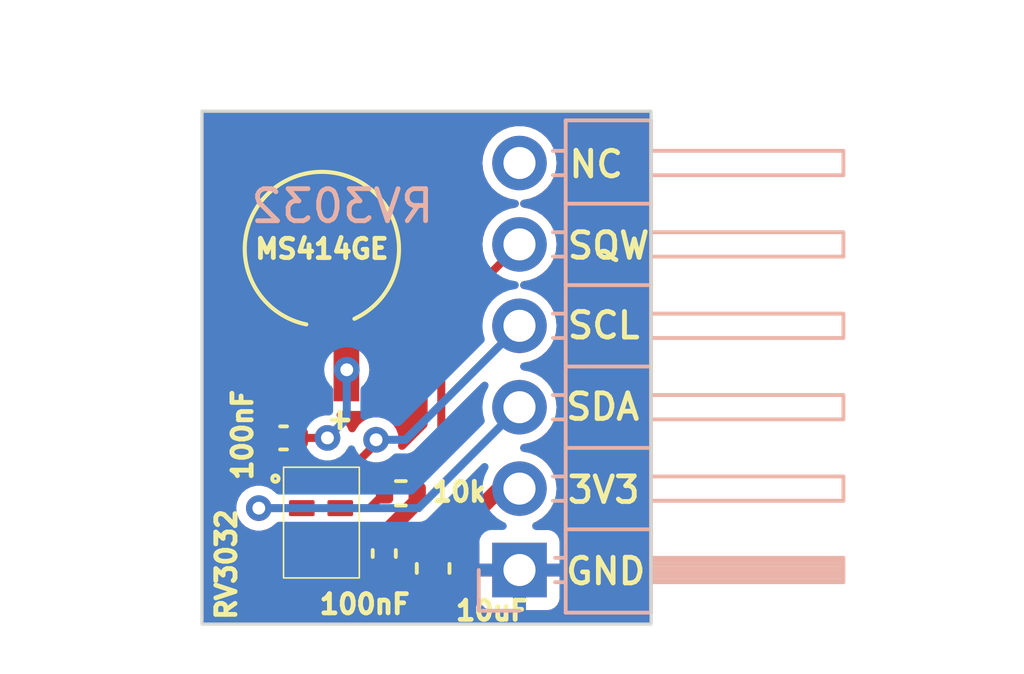
<source format=kicad_pcb>
(kicad_pcb (version 20221018) (generator pcbnew)
  (layers (0 "F.Cu" signal) (31 "B.Cu" signal) (34 "B.Paste" user) (35 "F.Paste" user) (36 "B.SilkS" user "B.Silkscreen") (37 "F.SilkS" user "F.Silkscreen") (38 "B.Mask" user) (39 "F.Mask" user) (44 "Edge.Cuts" user))
  (net 0 "")
  (net 1 "Net-(BT1-+)")
  (net 2 "GND")
  (net 3 "+3V3")
  (net 4 "RTC_SQW")
  (net 5 "I2C_SDA_OTHER")
  (net 8 "I2C_SCL_OTHER")
  (footprint "MyFootprints:BAT_MS414GE-FL26E" (layer "F.Cu") (at 158.75 70.3006 -90)
    (fp_text reference "BT1" hide)
    (fp_text value "MS414GE" (at -0.00529 0.014576 -180) (layer "F.SilkS") (effects (font (size 0.6 0.6))))
    (fp_text user "+" (at 5.334 -0.508 90) (layer "F.SilkS") (effects (font (size 0.64 0.64))))
    (fp_arc (start 2.35 0.5) (mid -2.393882 0.293246) (end 2.175 -1) (stroke (width 0.127)) (layer "F.SilkS"))
    (pad "1" smd rect (at 3.725 -0.75 270) (size 2.05 0.8) (layers "F.Cu" "F.Paste" "F.Mask") (net 1 "Net-(BT1-+)"))
    (pad "2" smd rect (at 3.725 0.75 270) (size 2.05 0.8) (layers "F.Cu" "F.Paste" "F.Mask") (net 2 "GND"))
  )
  (footprint "MyFootprints:RV-3032" (layer "F.Cu") (at 158.7088 78.8344 -90)
    (fp_text reference "U1" hide)
    (fp_text value "RV-3032")
    (fp_rect (start -1.7272 -1.1938) (end 1.7272 1.1684) (stroke (width 0.05)) (fill none) (layer "F.SilkS"))
    (fp_circle (center -1.3716 1.4224) (end -1.2716 1.4224) (stroke (width 0.12)) (fill none) (layer "F.SilkS"))
    (pad "1" smd roundrect (at -1.35 0.6 90) (size 0.5 0.8) (layers "F.Cu" "F.Paste" "F.Mask") (roundrect_rratio 0.1) (net 1 "Net-(BT1-+)"))
    (pad "2" smd roundrect (at -0.45 0.6 90) (size 0.5 0.8) (layers "F.Cu" "F.Paste" "F.Mask") (roundrect_rratio 0.1) (net 5 "I2C_SDA_OTHER"))
    (pad "3" smd roundrect (at 0.45 0.6 90) (size 0.5 0.8) (layers "F.Cu" "F.Paste" "F.Mask") (roundrect_rratio 0.1))
    (pad "4" smd roundrect (at 1.35 0.6 90) (size 0.5 0.8) (layers "F.Cu" "F.Paste" "F.Mask") (roundrect_rratio 0.1))
    (pad "5" smd roundrect (at 1.35 -0.6 270) (size 0.5 0.8) (layers "F.Cu" "F.Paste" "F.Mask") (roundrect_rratio 0.1) (net 2 "GND"))
    (pad "6" smd roundrect (at 0.45 -0.6 270) (size 0.5 0.8) (layers "F.Cu" "F.Paste" "F.Mask") (roundrect_rratio 0.1) (net 3 "+3V3"))
    (pad "7" smd roundrect (at -0.45 -0.6 270) (size 0.5 0.8) (layers "F.Cu" "F.Paste" "F.Mask") (roundrect_rratio 0.1) (net 4 "RTC_SQW"))
    (pad "8" smd roundrect (at -1.35 -0.6 270) (size 0.5 0.8) (layers "F.Cu" "F.Paste" "F.Mask") (roundrect_rratio 0.1) (net 8 "I2C_SCL_OTHER"))
  )
  (footprint "Resistor_SMD:R_0402_1005Metric" (layer "F.Cu") (at 161.198 77.92)
    (fp_text reference "R1" hide)
    (fp_text value "10k" (at 1.8192 -0.0436) (layer "F.SilkS") (effects (font (size 0.6 0.6))))
    (fp_line (start -0.153641 -0.38) (end 0.153641 -0.38) (stroke (width 0.12)) (layer "F.SilkS"))
    (fp_line (start -0.153641 0.38) (end 0.153641 0.38) (stroke (width 0.12)) (layer "F.SilkS"))
    (pad "1" smd roundrect (at -0.51 0) (size 0.54 0.64) (layers "F.Cu" "F.Paste" "F.Mask") (net 4 "RTC_SQW"))
    (pad "2" smd roundrect (at 0.51 0) (size 0.54 0.64) (layers "F.Cu" "F.Paste" "F.Mask") (net 3 "+3V3"))
  )
  (footprint "Capacitor_SMD:C_0402_1005Metric" (layer "F.Cu") (at 157.5404 76.1928)
    (fp_text reference "C3" hide)
    (fp_text value "100nF" (at -1.2796 -0.0944 90) (layer "F.SilkS") (effects (font (size 0.6 0.6))))
    (fp_line (start -0.107836 -0.36) (end 0.107836 -0.36) (stroke (width 0.12)) (layer "F.SilkS"))
    (fp_line (start -0.107836 0.36) (end 0.107836 0.36) (stroke (width 0.12)) (layer "F.SilkS"))
    (pad "1" smd roundrect (at -0.48 0) (size 0.56 0.62) (layers "F.Cu" "F.Paste" "F.Mask") (net 2 "GND"))
    (pad "2" smd roundrect (at 0.48 0) (size 0.56 0.62) (layers "F.Cu" "F.Paste" "F.Mask") (net 1 "Net-(BT1-+)"))
  )
  (footprint "Capacitor_SMD:C_0603_1608Metric" (layer "F.Cu") (at 162.2044 80.264 -90)
    (fp_text reference "C1" hide)
    (fp_text value "10uF" (at 1.3208 -1.8288 180) (layer "F.SilkS") (effects (font (size 0.6 0.6))))
    (fp_line (start -0.14058 -0.51) (end 0.14058 -0.51) (stroke (width 0.12)) (layer "F.SilkS"))
    (fp_line (start -0.14058 0.51) (end 0.14058 0.51) (stroke (width 0.12)) (layer "F.SilkS"))
    (pad "1" smd roundrect (at -0.775 0 270) (size 0.9 0.95) (layers "F.Cu" "F.Paste" "F.Mask") (net 3 "+3V3"))
    (pad "2" smd roundrect (at 0.775 0 270) (size 0.9 0.95) (layers "F.Cu" "F.Paste" "F.Mask") (net 2 "GND"))
  )
  (footprint "Capacitor_SMD:C_0402_1005Metric" (layer "F.Cu") (at 160.6804 79.7996 90)
    (fp_text reference "C2" hide)
    (fp_text value "100nF" (at -1.582 -0.6096 180) (layer "F.SilkS") (effects (font (size 0.6 0.6))))
    (fp_line (start -0.107836 -0.36) (end 0.107836 -0.36) (stroke (width 0.12)) (layer "F.SilkS"))
    (fp_line (start -0.107836 0.36) (end 0.107836 0.36) (stroke (width 0.12)) (layer "F.SilkS"))
    (pad "1" smd roundrect (at -0.48 0 90) (size 0.56 0.62) (layers "F.Cu" "F.Paste" "F.Mask") (net 2 "GND"))
    (pad "2" smd roundrect (at 0.48 0 90) (size 0.56 0.62) (layers "F.Cu" "F.Paste" "F.Mask") (net 3 "+3V3"))
  )
  (footprint "Connector_PinHeader_2.54mm:PinHeader_1x06_P2.54mm_Horizontal" (layer "B.Cu") (at 164.8968 80.3148)
    (fp_text reference "J1" hide)
    (fp_text value "Conn_01x06_Pin")
    (fp_line (start -1.27 0) (end -1.27 1.27) (stroke (width 0.12)) (layer "B.SilkS"))
    (fp_line (start -1.27 1.27) (end 0 1.27) (stroke (width 0.12)) (layer "B.SilkS"))
    (fp_line (start 1.042929 -13.08) (end 1.44 -13.08) (stroke (width 0.12)) (layer "B.SilkS"))
    (fp_line (start 1.042929 -12.32) (end 1.44 -12.32) (stroke (width 0.12)) (layer "B.SilkS"))
    (fp_line (start 1.042929 -10.54) (end 1.44 -10.54) (stroke (width 0.12)) (layer "B.SilkS"))
    (fp_line (start 1.042929 -9.78) (end 1.44 -9.78) (stroke (width 0.12)) (layer "B.SilkS"))
    (fp_line (start 1.042929 -8) (end 1.44 -8) (stroke (width 0.12)) (layer "B.SilkS"))
    (fp_line (start 1.042929 -7.24) (end 1.44 -7.24) (stroke (width 0.12)) (layer "B.SilkS"))
    (fp_line (start 1.042929 -5.46) (end 1.44 -5.46) (stroke (width 0.12)) (layer "B.SilkS"))
    (fp_line (start 1.042929 -4.7) (end 1.44 -4.7) (stroke (width 0.12)) (layer "B.SilkS"))
    (fp_line (start 1.042929 -2.92) (end 1.44 -2.92) (stroke (width 0.12)) (layer "B.SilkS"))
    (fp_line (start 1.042929 -2.16) (end 1.44 -2.16) (stroke (width 0.12)) (layer "B.SilkS"))
    (fp_line (start 1.11 -0.38) (end 1.44 -0.38) (stroke (width 0.12)) (layer "B.SilkS"))
    (fp_line (start 1.11 0.38) (end 1.44 0.38) (stroke (width 0.12)) (layer "B.SilkS"))
    (fp_line (start 1.44 -14.03) (end 4.1 -14.03) (stroke (width 0.12)) (layer "B.SilkS"))
    (fp_line (start 1.44 -11.43) (end 4.1 -11.43) (stroke (width 0.12)) (layer "B.SilkS"))
    (fp_line (start 1.44 -8.89) (end 4.1 -8.89) (stroke (width 0.12)) (layer "B.SilkS"))
    (fp_line (start 1.44 -6.35) (end 4.1 -6.35) (stroke (width 0.12)) (layer "B.SilkS"))
    (fp_line (start 1.44 -3.81) (end 4.1 -3.81) (stroke (width 0.12)) (layer "B.SilkS"))
    (fp_line (start 1.44 -1.27) (end 4.1 -1.27) (stroke (width 0.12)) (layer "B.SilkS"))
    (fp_line (start 1.44 1.33) (end 1.44 -14.03) (stroke (width 0.12)) (layer "B.SilkS"))
    (fp_line (start 4.1 -14.03) (end 4.1 1.33) (stroke (width 0.12)) (layer "B.SilkS"))
    (fp_line (start 4.1 -12.32) (end 10.1 -12.32) (stroke (width 0.12)) (layer "B.SilkS"))
    (fp_line (start 4.1 -9.78) (end 10.1 -9.78) (stroke (width 0.12)) (layer "B.SilkS"))
    (fp_line (start 4.1 -7.24) (end 10.1 -7.24) (stroke (width 0.12)) (layer "B.SilkS"))
    (fp_line (start 4.1 -4.7) (end 10.1 -4.7) (stroke (width 0.12)) (layer "B.SilkS"))
    (fp_line (start 4.1 -2.16) (end 10.1 -2.16) (stroke (width 0.12)) (layer "B.SilkS"))
    (fp_line (start 4.1 -0.28) (end 10.1 -0.28) (stroke (width 0.12)) (layer "B.SilkS"))
    (fp_line (start 4.1 -0.16) (end 10.1 -0.16) (stroke (width 0.12)) (layer "B.SilkS"))
    (fp_line (start 4.1 -0.04) (end 10.1 -0.04) (stroke (width 0.12)) (layer "B.SilkS"))
    (fp_line (start 4.1 0.08) (end 10.1 0.08) (stroke (width 0.12)) (layer "B.SilkS"))
    (fp_line (start 4.1 0.2) (end 10.1 0.2) (stroke (width 0.12)) (layer "B.SilkS"))
    (fp_line (start 4.1 0.32) (end 10.1 0.32) (stroke (width 0.12)) (layer "B.SilkS"))
    (fp_line (start 4.1 0.38) (end 10.1 0.38) (stroke (width 0.12)) (layer "B.SilkS"))
    (fp_line (start 4.1 1.33) (end 1.44 1.33) (stroke (width 0.12)) (layer "B.SilkS"))
    (fp_line (start 10.1 -13.08) (end 4.1 -13.08) (stroke (width 0.12)) (layer "B.SilkS"))
    (fp_line (start 10.1 -12.32) (end 10.1 -13.08) (stroke (width 0.12)) (layer "B.SilkS"))
    (fp_line (start 10.1 -10.54) (end 4.1 -10.54) (stroke (width 0.12)) (layer "B.SilkS"))
    (fp_line (start 10.1 -9.78) (end 10.1 -10.54) (stroke (width 0.12)) (layer "B.SilkS"))
    (fp_line (start 10.1 -8) (end 4.1 -8) (stroke (width 0.12)) (layer "B.SilkS"))
    (fp_line (start 10.1 -7.24) (end 10.1 -8) (stroke (width 0.12)) (layer "B.SilkS"))
    (fp_line (start 10.1 -5.46) (end 4.1 -5.46) (stroke (width 0.12)) (layer "B.SilkS"))
    (fp_line (start 10.1 -4.7) (end 10.1 -5.46) (stroke (width 0.12)) (layer "B.SilkS"))
    (fp_line (start 10.1 -2.92) (end 4.1 -2.92) (stroke (width 0.12)) (layer "B.SilkS"))
    (fp_line (start 10.1 -2.16) (end 10.1 -2.92) (stroke (width 0.12)) (layer "B.SilkS"))
    (fp_line (start 10.1 -0.38) (end 4.1 -0.38) (stroke (width 0.12)) (layer "B.SilkS"))
    (fp_line (start 10.1 0.38) (end 10.1 -0.38) (stroke (width 0.12)) (layer "B.SilkS"))
    (pad "1" thru_hole rect (at 0 0) (size 1.7 1.7) (drill 1) (layers "*.Cu" "*.Mask") (net 2 "GND"))
    (pad "2" thru_hole oval (at 0 -2.54) (size 1.7 1.7) (drill 1) (layers "*.Cu" "*.Mask") (net 3 "+3V3"))
    (pad "3" thru_hole oval (at 0 -5.08) (size 1.7 1.7) (drill 1) (layers "*.Cu" "*.Mask") (net 5 "I2C_SDA_OTHER"))
    (pad "4" thru_hole oval (at 0 -7.62) (size 1.7 1.7) (drill 1) (layers "*.Cu" "*.Mask") (net 8 "I2C_SCL_OTHER"))
    (pad "5" thru_hole oval (at 0 -10.16) (size 1.7 1.7) (drill 1) (layers "*.Cu" "*.Mask") (net 4 "RTC_SQW"))
    (pad "6" thru_hole oval (at 0 -12.7) (size 1.7 1.7) (drill 1) (layers "*.Cu" "*.Mask"))
  )
  (gr_rect (start 155 66) (end 169 82) (stroke (width 0.1)) (fill none) (layer "Edge.Cuts"))
  (gr_text "RV3032" (at 162.306 69.5452) (layer "B.SilkS") (effects (font (size 1 1)) (justify left bottom mirror)))
  (gr_text "NC" (at 166.37 68.1228) (layer "F.SilkS") (effects (font (size 0.8 0.8)) (justify left bottom)))
  (gr_text "SDA" (at 166.2684 75.692) (layer "F.SilkS") (effects (font (size 0.8 0.8)) (justify left bottom)))
  (gr_text "SCL" (at 166.3192 73.152) (layer "F.SilkS") (effects (font (size 0.8 0.8)) (justify left bottom)))
  (gr_text "GND" (at 166.2684 80.8228) (layer "F.SilkS") (effects (font (size 0.8 0.8)) (justify left bottom)))
  (gr_text "SQW" (at 166.3192 70.6628) (layer "F.SilkS") (effects (font (size 0.8 0.8)) (justify left bottom)))
  (gr_text "RV3032" (at 156.1084 81.9404 90) (layer "F.SilkS") (effects (font (size 0.6 0.6)) (justify left bottom)))
  (gr_text "3V3" (at 166.3192 78.2828) (layer "F.SilkS") (effects (font (size 0.8 0.8)) (justify left bottom)))
  (segment (start 158.1088 76.2812) (end 158.0204 76.1928) (width 0.25) (layer "F.Cu") (net 1))
  (segment (start 158.1088 77.4844) (end 158.1088 76.2812) (width 0.25) (layer "F.Cu") (net 1))
  (segment (start 158.0204 76.1928) (end 158.909097 76.1928) (width 0.25) (layer "F.Cu") (net 1))
  (via (at 159.512 74.0664) (size 0.8) (drill 0.4) (layers "F.Cu" "B.Cu") (net 1))
  (via (at 158.909097 76.1928) (size 0.8) (drill 0.4) (layers "F.Cu" "B.Cu") (net 1))
  (segment (start 159.512 75.589897) (end 158.909097 76.1928) (width 0.25) (layer "B.Cu") (net 1))
  (segment (start 159.512 74.0664) (end 159.512 75.589897) (width 0.25) (layer "B.Cu") (net 1))
  (segment (start 160.8932 78.9868) (end 161.708 78.172) (width 0.5) (layer "F.Cu") (net 3))
  (segment (start 160.858 79.2844) (end 160.8932 79.3196) (width 0.5) (layer "F.Cu") (net 3))
  (segment (start 159.3088 79.2844) (end 160.858 79.2844) (width 0.5) (layer "F.Cu") (net 3))
  (segment (start 161.708 78.172) (end 161.708 77.92) (width 0.5) (layer "F.Cu") (net 3))
  (segment (start 162.573 79.489) (end 164.2872 77.7748) (width 0.5) (layer "F.Cu") (net 3))
  (segment (start 160.8932 79.3196) (end 160.8932 78.9868) (width 0.5) (layer "F.Cu") (net 3))
  (segment (start 164.2872 77.7748) (end 164.8968 77.7748) (width 0.5) (layer "F.Cu") (net 3))
  (segment (start 160.8932 79.3196) (end 162.3058 79.3196) (width 0.5) (layer "F.Cu") (net 3))
  (segment (start 162.2044 79.489) (end 162.573 79.489) (width 0.5) (layer "F.Cu") (net 3))
  (segment (start 160.2236 78.3844) (end 160.688 77.92) (width 0.25) (layer "F.Cu") (net 4))
  (segment (start 160.688 77.92) (end 160.688 77.7672) (width 0.25) (layer "F.Cu") (net 4))
  (segment (start 162.4584 75.9968) (end 162.4584 72.5932) (width 0.25) (layer "F.Cu") (net 4))
  (segment (start 160.688 77.7672) (end 162.4584 75.9968) (width 0.25) (layer "F.Cu") (net 4))
  (segment (start 159.3088 78.3844) (end 160.2236 78.3844) (width 0.25) (layer "F.Cu") (net 4))
  (segment (start 162.4584 72.5932) (end 164.8968 70.1548) (width 0.25) (layer "F.Cu") (net 4))
  (segment (start 158.1088 78.3844) (end 156.7688 78.3844) (width 0.25) (layer "F.Cu") (net 5))
  (via (at 156.7688 78.3844) (size 0.8) (drill 0.4) (layers "F.Cu" "B.Cu") (net 5))
  (segment (start 156.7688 78.3844) (end 161.7472 78.3844) (width 0.25) (layer "B.Cu") (net 5))
  (segment (start 161.7472 78.3844) (end 164.8968 75.2348) (width 0.25) (layer "B.Cu") (net 5))
  (segment (start 160.4772 76.316) (end 160.4264 76.2508) (width 0.25) (layer "F.Cu") (net 8))
  (segment (start 159.3088 77.4844) (end 160.4772 76.316) (width 0.25) (layer "F.Cu") (net 8))
  (segment (start 160.4264 76.2508) (end 160.4772 76.3016) (width 0.25) (layer "F.Cu") (net 8))
  (via (at 160.4264 76.2508) (size 0.8) (drill 0.4) (layers "F.Cu" "B.Cu") (net 8))
  (segment (start 160.4264 76.2508) (end 161.3408 76.2508) (width 0.25) (layer "B.Cu") (net 8))
  (segment (start 161.3408 76.2508) (end 164.8968 72.6948) (width 0.25) (layer "B.Cu") (net 8))
  (zone (net 2) (net_name "GND") (layers "F&B.Cu") (connect_pads (clearance 0.3)) (min_thickness 0.25) (fill yes (thermal_gap 0.4) (thermal_bridge_width 0.4))
    (polygon (pts (xy 150.622 63.3476) (xy 150.7236 83.566) (xy 179.2224 83.5152) (xy 180.6448 63.0936) (xy 150.5712 63.3984)))
  )
)
</source>
